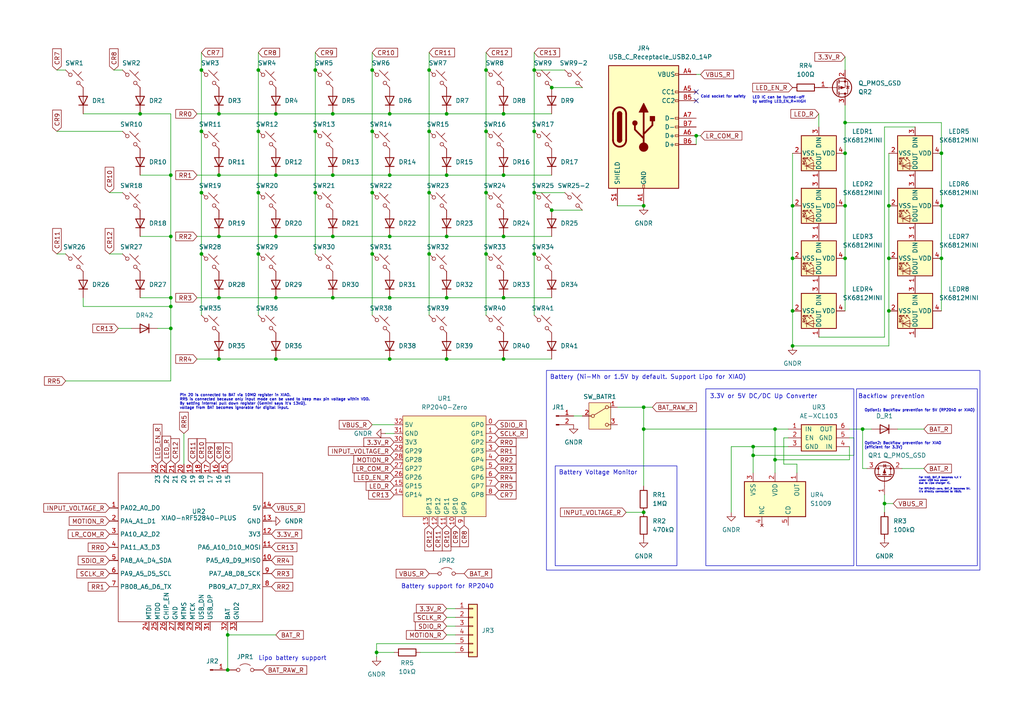
<source format=kicad_sch>
(kicad_sch (version 20231120) (generator "eeschema") (generator_version "8.0")
  (paper "A4")
  (junction (at 273.05 59.69))
  (junction (at 49.53 88.9))
  (junction (at 160.02 60.96))
  (junction (at 129.54 104.14))
  (junction (at 146.05 33.02))
  (junction (at 245.11 59.69))
  (junction (at 74.93 20.32))
  (junction (at 154.94 55.88))
  (junction (at 109.22 189.23))
  (junction (at 129.54 68.58))
  (junction (at 160.02 25.4))
  (junction (at 154.94 38.1))
  (junction (at 218.44 129.54))
  (junction (at 49.53 50.8))
  (junction (at 96.52 86.36))
  (junction (at 80.01 68.58))
  (junction (at 124.46 20.32))
  (junction (at 186.69 59.69))
  (junction (at 91.44 55.88))
  (junction (at 154.94 20.32))
  (junction (at 124.46 55.88))
  (junction (at 146.05 50.8))
  (junction (at 107.95 73.66))
  (junction (at 96.52 50.8))
  (junction (at 40.64 33.02))
  (junction (at 229.87 74.93))
  (junction (at 113.03 68.58))
  (junction (at 91.44 20.32))
  (junction (at 58.42 73.66))
  (junction (at 140.97 55.88))
  (junction (at 140.97 20.32))
  (junction (at 58.42 38.1))
  (junction (at 63.5 68.58))
  (junction (at 256.54 146.05))
  (junction (at 224.79 133.35))
  (junction (at 113.03 86.36))
  (junction (at 63.5 33.02))
  (junction (at 273.05 44.45))
  (junction (at 245.11 35.56))
  (junction (at 146.05 86.36))
  (junction (at 80.01 104.14))
  (junction (at 154.94 73.66))
  (junction (at 186.69 148.59))
  (junction (at 74.93 55.88))
  (junction (at 140.97 73.66))
  (junction (at 66.04 194.31))
  (junction (at 250.19 124.46))
  (junction (at 49.53 68.58))
  (junction (at 140.97 38.1))
  (junction (at 186.69 124.46))
  (junction (at 229.87 59.69))
  (junction (at 129.54 50.8))
  (junction (at 124.46 38.1))
  (junction (at 63.5 86.36))
  (junction (at 257.81 90.17))
  (junction (at 63.5 104.14))
  (junction (at 96.52 33.02))
  (junction (at 49.53 95.25))
  (junction (at 58.42 55.88))
  (junction (at 113.03 50.8))
  (junction (at 80.01 33.02))
  (junction (at 74.93 73.66))
  (junction (at 273.05 74.93))
  (junction (at 124.46 73.66))
  (junction (at 80.01 86.36))
  (junction (at 229.87 90.17))
  (junction (at 58.42 20.32))
  (junction (at 91.44 38.1))
  (junction (at 63.5 50.8))
  (junction (at 146.05 104.14))
  (junction (at 107.95 55.88))
  (junction (at 129.54 86.36))
  (junction (at 107.95 38.1))
  (junction (at 224.79 124.46))
  (junction (at 186.69 118.11))
  (junction (at 245.11 74.93))
  (junction (at 146.05 68.58))
  (junction (at 257.81 59.69))
  (junction (at 96.52 68.58))
  (junction (at 129.54 33.02))
  (junction (at 113.03 104.14))
  (junction (at 201.93 39.37))
  (junction (at 229.87 100.33))
  (junction (at 107.95 20.32))
  (junction (at 113.03 33.02))
  (junction (at 257.81 74.93))
  (junction (at 49.53 86.36))
  (junction (at 245.11 44.45))
  (junction (at 80.01 50.8))
  (junction (at 218.44 132.08))
  (junction (at 66.04 184.15))
  (junction (at 74.93 38.1))
  (no_connect (at 201.93 26.67))
  (no_connect (at 201.93 29.21))
  (wire (pts (xy 53.34 125.73) (xy 53.34 134.62)))
  (wire (pts (xy 49.53 50.8) (xy 49.53 68.58)))
  (wire (pts (xy 246.38 129.54) (xy 246.38 133.35)))
  (wire (pts (xy 40.64 50.8) (xy 49.53 50.8)))
  (wire (pts (xy 74.93 15.24) (xy 74.93 20.32)))
  (wire (pts (xy 181.61 148.59) (xy 186.69 148.59)))
  (wire (pts (xy 80.01 184.15) (xy 66.04 184.15)))
  (wire (pts (xy 140.97 20.32) (xy 140.97 38.1)))
  (wire (pts (xy 201.93 39.37) (xy 201.93 41.91)))
  (wire (pts (xy 132.08 184.15) (xy 129.54 184.15)))
  (wire (pts (xy 58.42 55.88) (xy 58.42 73.66)))
  (wire (pts (xy 250.19 135.89) (xy 250.19 124.46)))
  (wire (pts (xy 259.08 146.05) (xy 256.54 146.05)))
  (wire (pts (xy 129.54 86.36) (xy 146.05 86.36)))
  (wire (pts (xy 256.54 36.83) (xy 265.43 36.83)))
  (wire (pts (xy 113.03 50.8) (xy 129.54 50.8)))
  (wire (pts (xy 260.35 124.46) (xy 267.97 124.46)))
  (wire (pts (xy 80.01 33.02) (xy 96.52 33.02)))
  (wire (pts (xy 57.15 68.58) (xy 63.5 68.58)))
  (wire (pts (xy 124.46 15.24) (xy 124.46 20.32)))
  (wire (pts (xy 256.54 143.51) (xy 256.54 146.05)))
  (wire (pts (xy 146.05 104.14) (xy 160.02 104.14)))
  (wire (pts (xy 237.49 33.02) (xy 237.49 36.83)))
  (wire (pts (xy 74.93 20.32) (xy 74.93 38.1)))
  (wire (pts (xy 40.64 68.58) (xy 49.53 68.58)))
  (wire (pts (xy 31.75 55.88) (xy 35.56 55.88)))
  (wire (pts (xy 257.81 59.69) (xy 257.81 74.93)))
  (wire (pts (xy 40.64 33.02) (xy 49.53 33.02)))
  (wire (pts (xy 49.53 68.58) (xy 49.53 86.36)))
  (wire (pts (xy 91.44 20.32) (xy 91.44 38.1)))
  (wire (pts (xy 179.07 118.11) (xy 186.69 118.11)))
  (wire (pts (xy 140.97 55.88) (xy 140.97 73.66)))
  (wire (pts (xy 63.5 86.36) (xy 80.01 86.36)))
  (wire (pts (xy 146.05 50.8) (xy 160.02 50.8)))
  (wire (pts (xy 251.46 135.89) (xy 250.19 135.89)))
  (wire (pts (xy 201.93 21.59) (xy 203.2 21.59)))
  (wire (pts (xy 212.09 129.54) (xy 218.44 129.54)))
  (wire (pts (xy 74.93 38.1) (xy 74.93 55.88)))
  (wire (pts (xy 212.09 129.54) (xy 212.09 148.59)))
  (wire (pts (xy 132.08 179.07) (xy 129.54 179.07)))
  (wire (pts (xy 113.03 86.36) (xy 129.54 86.36)))
  (wire (pts (xy 107.95 73.66) (xy 107.95 91.44)))
  (wire (pts (xy 231.14 137.16) (xy 231.14 134.62)))
  (wire (pts (xy 154.94 20.32) (xy 154.94 38.1)))
  (wire (pts (xy 218.44 129.54) (xy 218.44 132.08)))
  (wire (pts (xy 113.03 33.02) (xy 129.54 33.02)))
  (wire (pts (xy 33.02 20.32) (xy 35.56 20.32)))
  (wire (pts (xy 45.72 95.25) (xy 49.53 95.25)))
  (wire (pts (xy 160.02 25.4) (xy 168.91 25.4)))
  (wire (pts (xy 57.15 86.36) (xy 63.5 86.36)))
  (wire (pts (xy 24.13 88.9) (xy 49.53 88.9)))
  (wire (pts (xy 245.11 35.56) (xy 273.05 35.56)))
  (wire (pts (xy 66.04 184.15) (xy 66.04 194.31)))
  (wire (pts (xy 218.44 132.08) (xy 218.44 137.16)))
  (wire (pts (xy 58.42 38.1) (xy 58.42 55.88)))
  (wire (pts (xy 91.44 55.88) (xy 91.44 73.66)))
  (wire (pts (xy 245.11 74.93) (xy 245.11 90.17)))
  (wire (pts (xy 40.64 86.36) (xy 49.53 86.36)))
  (wire (pts (xy 66.04 182.88) (xy 66.04 184.15)))
  (wire (pts (xy 58.42 15.24) (xy 58.42 20.32)))
  (wire (pts (xy 273.05 59.69) (xy 273.05 74.93)))
  (wire (pts (xy 16.51 20.32) (xy 19.05 20.32)))
  (wire (pts (xy 140.97 38.1) (xy 140.97 55.88)))
  (wire (pts (xy 80.01 50.8) (xy 96.52 50.8)))
  (wire (pts (xy 257.81 100.33) (xy 229.87 100.33)))
  (wire (pts (xy 179.07 59.69) (xy 186.69 59.69)))
  (wire (pts (xy 49.53 88.9) (xy 49.53 95.25)))
  (wire (pts (xy 229.87 44.45) (xy 229.87 59.69)))
  (wire (pts (xy 250.19 124.46) (xy 252.73 124.46)))
  (wire (pts (xy 146.05 33.02) (xy 160.02 33.02)))
  (wire (pts (xy 247.65 127) (xy 247.65 132.08)))
  (wire (pts (xy 49.53 33.02) (xy 49.53 50.8)))
  (wire (pts (xy 80.01 86.36) (xy 96.52 86.36)))
  (wire (pts (xy 63.5 104.14) (xy 80.01 104.14)))
  (wire (pts (xy 109.22 186.69) (xy 132.08 186.69)))
  (wire (pts (xy 237.49 97.79) (xy 256.54 97.79)))
  (wire (pts (xy 31.75 73.66) (xy 35.56 73.66)))
  (wire (pts (xy 257.81 44.45) (xy 257.81 59.69)))
  (wire (pts (xy 124.46 55.88) (xy 124.46 73.66)))
  (wire (pts (xy 124.46 73.66) (xy 124.46 91.44)))
  (wire (pts (xy 201.93 39.37) (xy 203.2 39.37)))
  (wire (pts (xy 229.87 59.69) (xy 229.87 74.93)))
  (wire (pts (xy 96.52 68.58) (xy 113.03 68.58)))
  (wire (pts (xy 256.54 97.79) (xy 256.54 36.83)))
  (wire (pts (xy 229.87 90.17) (xy 229.87 100.33)))
  (wire (pts (xy 246.38 127) (xy 247.65 127)))
  (wire (pts (xy 91.44 15.24) (xy 91.44 20.32)))
  (wire (pts (xy 257.81 74.93) (xy 257.81 90.17)))
  (wire (pts (xy 166.37 120.65) (xy 168.91 120.65)))
  (wire (pts (xy 146.05 68.58) (xy 160.02 68.58)))
  (wire (pts (xy 273.05 44.45) (xy 273.05 59.69)))
  (wire (pts (xy 24.13 86.36) (xy 24.13 88.9)))
  (wire (pts (xy 140.97 15.24) (xy 140.97 20.32)))
  (wire (pts (xy 129.54 68.58) (xy 146.05 68.58)))
  (wire (pts (xy 58.42 20.32) (xy 58.42 38.1)))
  (wire (pts (xy 273.05 35.56) (xy 273.05 44.45)))
  (wire (pts (xy 231.14 134.62) (xy 227.33 134.62)))
  (wire (pts (xy 154.94 38.1) (xy 154.94 55.88)))
  (wire (pts (xy 132.08 176.53) (xy 129.54 176.53)))
  (wire (pts (xy 129.54 104.14) (xy 146.05 104.14)))
  (wire (pts (xy 58.42 73.66) (xy 58.42 91.44)))
  (wire (pts (xy 154.94 20.32) (xy 163.83 20.32)))
  (wire (pts (xy 250.19 124.46) (xy 246.38 124.46)))
  (wire (pts (xy 245.11 16.51) (xy 245.11 20.32)))
  (wire (pts (xy 129.54 33.02) (xy 146.05 33.02)))
  (wire (pts (xy 224.79 124.46) (xy 224.79 133.35)))
  (wire (pts (xy 227.33 127) (xy 228.6 127)))
  (wire (pts (xy 273.05 74.93) (xy 273.05 90.17)))
  (wire (pts (xy 124.46 38.1) (xy 124.46 55.88)))
  (wire (pts (xy 146.05 86.36) (xy 160.02 86.36)))
  (wire (pts (xy 256.54 146.05) (xy 256.54 148.59)))
  (wire (pts (xy 63.5 50.8) (xy 80.01 50.8)))
  (wire (pts (xy 121.92 189.23) (xy 132.08 189.23)))
  (wire (pts (xy 224.79 133.35) (xy 224.79 137.16)))
  (wire (pts (xy 247.65 132.08) (xy 218.44 132.08)))
  (wire (pts (xy 113.03 104.14) (xy 129.54 104.14)))
  (wire (pts (xy 245.11 59.69) (xy 245.11 74.93)))
  (wire (pts (xy 24.13 33.02) (xy 40.64 33.02)))
  (wire (pts (xy 91.44 38.1) (xy 91.44 55.88)))
  (wire (pts (xy 246.38 133.35) (xy 224.79 133.35)))
  (wire (pts (xy 80.01 104.14) (xy 113.03 104.14)))
  (wire (pts (xy 107.95 38.1) (xy 107.95 55.88)))
  (wire (pts (xy 74.93 55.88) (xy 74.93 73.66)))
  (wire (pts (xy 96.52 33.02) (xy 113.03 33.02)))
  (wire (pts (xy 107.95 15.24) (xy 107.95 20.32)))
  (wire (pts (xy 49.53 95.25) (xy 49.53 110.49)))
  (wire (pts (xy 224.79 124.46) (xy 228.6 124.46)))
  (wire (pts (xy 245.11 30.48) (xy 245.11 35.56)))
  (wire (pts (xy 107.95 20.32) (xy 107.95 38.1)))
  (wire (pts (xy 186.69 124.46) (xy 186.69 118.11)))
  (wire (pts (xy 218.44 129.54) (xy 228.6 129.54)))
  (wire (pts (xy 16.51 38.1) (xy 35.56 38.1)))
  (wire (pts (xy 124.46 20.32) (xy 124.46 38.1)))
  (wire (pts (xy 109.22 186.69) (xy 109.22 189.23)))
  (wire (pts (xy 245.11 44.45) (xy 245.11 59.69)))
  (wire (pts (xy 74.93 73.66) (xy 74.93 91.44)))
  (wire (pts (xy 186.69 118.11) (xy 189.23 118.11)))
  (wire (pts (xy 57.15 104.14) (xy 63.5 104.14)))
  (wire (pts (xy 49.53 86.36) (xy 49.53 88.9)))
  (wire (pts (xy 154.94 55.88) (xy 163.83 55.88)))
  (wire (pts (xy 16.51 73.66) (xy 19.05 73.66)))
  (wire (pts (xy 96.52 86.36) (xy 113.03 86.36)))
  (wire (pts (xy 229.87 74.93) (xy 229.87 90.17)))
  (wire (pts (xy 34.29 95.25) (xy 38.1 95.25)))
  (wire (pts (xy 160.02 60.96) (xy 168.91 60.96)))
  (wire (pts (xy 132.08 181.61) (xy 129.54 181.61)))
  (wire (pts (xy 140.97 73.66) (xy 140.97 91.44)))
  (wire (pts (xy 186.69 124.46) (xy 224.79 124.46)))
  (wire (pts (xy 257.81 90.17) (xy 257.81 100.33)))
  (wire (pts (xy 107.95 55.88) (xy 107.95 73.66)))
  (wire (pts (xy 154.94 55.88) (xy 154.94 73.66)))
  (wire (pts (xy 57.15 50.8) (xy 63.5 50.8)))
  (wire (pts (xy 113.03 68.58) (xy 129.54 68.58)))
  (wire (pts (xy 109.22 189.23) (xy 114.3 189.23)))
  (wire (pts (xy 57.15 33.02) (xy 63.5 33.02)))
  (wire (pts (xy 154.94 73.66) (xy 154.94 91.44)))
  (wire (pts (xy 129.54 50.8) (xy 146.05 50.8)))
  (wire (pts (xy 261.62 135.89) (xy 267.97 135.89)))
  (wire (pts (xy 19.05 110.49) (xy 49.53 110.49)))
  (wire (pts (xy 245.11 35.56) (xy 245.11 44.45)))
  (wire (pts (xy 111.76 125.73) (xy 114.3 125.73)))
  (wire (pts (xy 227.33 134.62) (xy 227.33 127)))
  (wire (pts (xy 63.5 68.58) (xy 80.01 68.58)))
  (wire (pts (xy 107.95 123.19) (xy 114.3 123.19)))
  (wire (pts (xy 80.01 68.58) (xy 96.52 68.58)))
  (wire (pts (xy 96.52 50.8) (xy 113.03 50.8)))
  (wire (pts (xy 63.5 33.02) (xy 80.01 33.02)))
  (wire (pts (xy 154.94 15.24) (xy 154.94 20.32)))
  (wire (pts (xy 186.69 124.46) (xy 186.69 140.97)))
  (wire (pts (xy 109.22 190.5) (xy 109.22 189.23)))
  (rectangle (start 161.036 135.128) (end 196.342 164.084))
  (rectangle (start 248.412 112.776) (end 283.464 164.084))
  (rectangle (start 158.496 107.442) (end 284.226 165.354))
  (rectangle (start 204.724 112.776) (end 247.65 164.084))
  (text "Option1: Backflow prevention for 5V (RP2040 or XIAO)" (at 250.698 119.126 0) (effects (font (size 0.762 0.762)) (justify left)))
  (text "Battery (Ni-Mh or 1.5V by default. Support Lipo for XIAO)" (at 187.96 109.474 0) (effects (font (size 1.27 1.27))))
  (text "Pin 20 is connected to BAT via 10MΩ register in XIAO.\nRR5 is connected because only input mode can be used to keep max pin voltage within VDD.\nBy setting internal pull down register (Gemini says it's 13kΩ),\nvoltage from BAT becomes ignorable for digital input." (at 52.07 114.3 0) (effects (font (size 0.762 0.762)) (justify left top)))
  (text "Cold socket for safety" (at 203.2 27.686 0) (effects (font (size 0.762 0.762)) (justify left top)))
  (text "3.3V or 5V DC/DC Up Converter" (at 221.488 115.062 0) (effects (font (size 1.27 1.27))))
  (text "For XIAO, BAT_R becomes 4.X V\nunder USB bus power\ndue to Lipo charger IC.\n\nFor RP1040-zero, BAT_R becomes 5V.\nIt's directly connected to VBUS." (at 266.446 140.716 0) (effects (font (size 0.508 0.508)) (justify left)))
  (text "Backflow prevention" (at 258.572 115.062 0) (effects (font (size 1.27 1.27))))
  (text "Battery support for RP2040" (at 129.794 170.18 0) (effects (font (size 1.27 1.27))))
  (text "LED IC can be turned-off\nby setting LED_EN_R=HIGH" (at 218.186 27.94 0) (effects (font (size 0.762 0.762)) (justify left top)))
  (text "Battery Voltage Monitor" (at 173.482 137.16 0) (effects (font (size 1.27 1.27))))
  (text "Option2: Backflow prevention for XIAO\n(efficient for 3.3V)" (at 250.698 129.286 0) (effects (font (size 0.762 0.762)) (justify left)))
  (text "Lipo battery support" (at 84.836 191.008 0) (effects (font (size 1.27 1.27))))
  (global_label "3.3V_R" (shape input) (at 129.54 176.53 180) (property "Intersheetrefs" "${INTERSHEET_REFS}" (effects (hide yes))))
  (global_label "CR11" (shape input) (at 55.88 134.62 90) (property "Intersheetrefs" "${INTERSHEET_REFS}" (effects (hide yes))))
  (global_label "CR12" (shape input) (at 31.75 73.66 90) (property "Intersheetrefs" "${INTERSHEET_REFS}" (effects (hide yes))))
  (global_label "CR12" (shape input) (at 140.97 15.24 0) (property "Intersheetrefs" "${INTERSHEET_REFS}" (effects (hide yes))))
  (global_label "CR7" (shape input) (at 143.51 143.51 0) (property "Intersheetrefs" "${INTERSHEET_REFS}" (effects (hide yes))))
  (global_label "CR12" (shape input) (at 50.8 134.62 90) (property "Intersheetrefs" "${INTERSHEET_REFS}" (effects (hide yes))))
  (global_label "VBUS_R" (shape input) (at 203.2 21.59 0) (property "Intersheetrefs" "${INTERSHEET_REFS}" (effects (hide yes))))
  (global_label "RR2" (shape input) (at 143.51 133.35 0) (property "Intersheetrefs" "${INTERSHEET_REFS}" (effects (hide yes))))
  (global_label "SDIO_R" (shape input) (at 129.54 181.61 180) (property "Intersheetrefs" "${INTERSHEET_REFS}" (effects (hide yes))))
  (global_label "BAT_R" (shape input) (at 134.62 166.37 0) (property "Intersheetrefs" "${INTERSHEET_REFS}" (effects (hide yes))))
  (global_label "LR_COM_R" (shape input) (at 203.2 39.37 0) (property "Intersheetrefs" "${INTERSHEET_REFS}" (effects (hide yes))))
  (global_label "CR11" (shape input) (at 16.51 73.66 90) (property "Intersheetrefs" "${INTERSHEET_REFS}" (effects (hide yes))))
  (global_label "CR8" (shape input) (at 134.62 152.4 270) (property "Intersheetrefs" "${INTERSHEET_REFS}" (effects (hide yes))))
  (global_label "CR8" (shape input) (at 63.5 134.62 90) (property "Intersheetrefs" "${INTERSHEET_REFS}" (effects (hide yes))))
  (global_label "CR8" (shape input) (at 74.93 15.24 0) (property "Intersheetrefs" "${INTERSHEET_REFS}" (effects (hide yes))))
  (global_label "RR4" (shape input) (at 143.51 138.43 0) (property "Intersheetrefs" "${INTERSHEET_REFS}" (effects (hide yes))))
  (global_label "RR5" (shape input) (at 143.51 140.97 0) (property "Intersheetrefs" "${INTERSHEET_REFS}" (effects (hide yes))))
  (global_label "INPUT_VOLTAGE_R" (shape input) (at 31.75 147.32 180) (property "Intersheetrefs" "${INTERSHEET_REFS}" (effects (hide yes))))
  (global_label "RR3" (shape input) (at 143.51 135.89 0) (property "Intersheetrefs" "${INTERSHEET_REFS}" (effects (hide yes))))
  (global_label "RR5" (shape input) (at 53.34 125.73 90) (property "Intersheetrefs" "${INTERSHEET_REFS}" (effects (hide yes))))
  (global_label "RR3" (shape input) (at 78.74 166.37 0) (property "Intersheetrefs" "${INTERSHEET_REFS}" (effects (hide yes))))
  (global_label "CR13" (shape input) (at 78.74 158.75 0) (property "Intersheetrefs" "${INTERSHEET_REFS}" (effects (hide yes))))
  (global_label "LED_EN_R" (shape input) (at 114.3 138.43 180) (property "Intersheetrefs" "${INTERSHEET_REFS}" (effects (hide yes))))
  (global_label "BAT_RAW_R" (shape input) (at 76.2 194.31 0) (property "Intersheetrefs" "${INTERSHEET_REFS}" (effects (hide yes))))
  (global_label "RR1" (shape input) (at 143.51 130.81 0) (property "Intersheetrefs" "${INTERSHEET_REFS}" (effects (hide yes))))
  (global_label "RR4" (shape input) (at 57.15 104.14 180) (property "Intersheetrefs" "${INTERSHEET_REFS}" (effects (hide yes))))
  (global_label "MOTION_R" (shape input) (at 129.54 184.15 180) (property "Intersheetrefs" "${INTERSHEET_REFS}" (effects (hide yes))))
  (global_label "RR4" (shape input) (at 78.74 162.56 0) (property "Intersheetrefs" "${INTERSHEET_REFS}" (effects (hide yes))))
  (global_label "SCLK_R" (shape input) (at 31.75 166.37 180) (property "Intersheetrefs" "${INTERSHEET_REFS}" (effects (hide yes))))
  (global_label "BAT_RAW_R" (shape input) (at 189.23 118.11 0) (property "Intersheetrefs" "${INTERSHEET_REFS}" (effects (hide yes))))
  (global_label "SDIO_R" (shape input) (at 31.75 162.56 180) (property "Intersheetrefs" "${INTERSHEET_REFS}" (effects (hide yes))))
  (global_label "MOTION_R" (shape input) (at 114.3 133.35 180) (property "Intersheetrefs" "${INTERSHEET_REFS}" (effects (hide yes))))
  (global_label "CR7" (shape input) (at 16.51 20.32 90) (property "Intersheetrefs" "${INTERSHEET_REFS}" (effects (hide yes))))
  (global_label "CR7" (shape input) (at 58.42 15.24 0) (property "Intersheetrefs" "${INTERSHEET_REFS}" (effects (hide yes))))
  (global_label "3.3V_R" (shape input) (at 114.3 128.27 180) (property "Intersheetrefs" "${INTERSHEET_REFS}" (effects (hide yes))))
  (global_label "CR10" (shape input) (at 31.75 55.88 90) (property "Intersheetrefs" "${INTERSHEET_REFS}" (effects (hide yes))))
  (global_label "LED_EN_R" (shape input) (at 229.87 25.4 180) (property "Intersheetrefs" "${INTERSHEET_REFS}" (effects (hide yes))))
  (global_label "RR5" (shape input) (at 19.05 110.49 180) (property "Intersheetrefs" "${INTERSHEET_REFS}" (effects (hide yes))))
  (global_label "LR_COM_R" (shape input) (at 114.3 135.89 180) (property "Intersheetrefs" "${INTERSHEET_REFS}" (effects (hide yes))))
  (global_label "RR1" (shape input) (at 31.75 170.18 180) (property "Intersheetrefs" "${INTERSHEET_REFS}" (effects (hide yes))))
  (global_label "LED_R" (shape input) (at 114.3 140.97 180) (property "Intersheetrefs" "${INTERSHEET_REFS}" (effects (hide yes))))
  (global_label "RR0" (shape input) (at 57.15 33.02 180) (property "Intersheetrefs" "${INTERSHEET_REFS}" (effects (hide yes))))
  (global_label "MOTION_R" (shape input) (at 31.75 151.13 180) (property "Intersheetrefs" "${INTERSHEET_REFS}" (effects (hide yes))))
  (global_label "INPUT_VOLTAGE_R" (shape input) (at 114.3 130.81 180) (property "Intersheetrefs" "${INTERSHEET_REFS}" (effects (hide yes))))
  (global_label "CR11" (shape input) (at 124.46 15.24 0) (property "Intersheetrefs" "${INTERSHEET_REFS}" (effects (hide yes))))
  (global_label "CR7" (shape input) (at 66.04 134.62 90) (property "Intersheetrefs" "${INTERSHEET_REFS}" (effects (hide yes))))
  (global_label "CR9" (shape input) (at 91.44 15.24 0) (property "Intersheetrefs" "${INTERSHEET_REFS}" (effects (hide yes))))
  (global_label "RR2" (shape input) (at 78.74 170.18 0) (property "Intersheetrefs" "${INTERSHEET_REFS}" (effects (hide yes))))
  (global_label "CR9" (shape input) (at 16.51 38.1 90) (property "Intersheetrefs" "${INTERSHEET_REFS}" (effects (hide yes))))
  (global_label "CR13" (shape input) (at 34.29 95.25 180) (property "Intersheetrefs" "${INTERSHEET_REFS}" (effects (hide yes))))
  (global_label "SCLK_R" (shape input) (at 129.54 179.07 180) (property "Intersheetrefs" "${INTERSHEET_REFS}" (effects (hide yes))))
  (global_label "LR_COM_R" (shape input) (at 31.75 154.94 180) (property "Intersheetrefs" "${INTERSHEET_REFS}" (effects (hide yes))))
  (global_label "VBUS_R" (shape input) (at 107.95 123.19 180) (property "Intersheetrefs" "${INTERSHEET_REFS}" (effects (hide yes))))
  (global_label "RR3" (shape input) (at 57.15 86.36 180) (property "Intersheetrefs" "${INTERSHEET_REFS}" (effects (hide yes))))
  (global_label "VBUS_R" (shape input) (at 124.46 166.37 180) (property "Intersheetrefs" "${INTERSHEET_REFS}" (effects (hide yes))))
  (global_label "SCLK_R" (shape input) (at 143.51 125.73 0) (property "Intersheetrefs" "${INTERSHEET_REFS}" (effects (hide yes))))
  (global_label "3.3V_R" (shape input) (at 78.74 154.94 0) (property "Intersheetrefs" "${INTERSHEET_REFS}" (effects (hide yes))))
  (global_label "BAT_R" (shape input) (at 267.97 135.89 0) (property "Intersheetrefs" "${INTERSHEET_REFS}" (effects (hide yes))))
  (global_label "VBUS_R" (shape input) (at 259.08 146.05 0) (property "Intersheetrefs" "${INTERSHEET_REFS}" (effects (hide yes))))
  (global_label "CR10" (shape input) (at 58.42 134.62 90) (property "Intersheetrefs" "${INTERSHEET_REFS}" (effects (hide yes))))
  (global_label "RR2" (shape input) (at 57.15 68.58 180) (property "Intersheetrefs" "${INTERSHEET_REFS}" (effects (hide yes))))
  (global_label "3.3V_R" (shape input) (at 245.11 16.51 180) (property "Intersheetrefs" "${INTERSHEET_REFS}" (effects (hide yes))))
  (global_label "CR11" (shape input) (at 127 152.4 270) (property "Intersheetrefs" "${INTERSHEET_REFS}" (effects (hide yes))))
  (global_label "CR13" (shape input) (at 114.3 143.51 180) (property "Intersheetrefs" "${INTERSHEET_REFS}" (effects (hide yes))))
  (global_label "LED_R" (shape input) (at 48.26 134.62 90) (property "Intersheetrefs" "${INTERSHEET_REFS}" (effects (hide yes))))
  (global_label "CR9" (shape input) (at 132.08 152.4 270) (property "Intersheetrefs" "${INTERSHEET_REFS}" (effects (hide yes))))
  (global_label "RR0" (shape input) (at 143.51 128.27 0) (property "Intersheetrefs" "${INTERSHEET_REFS}" (effects (hide yes))))
  (global_label "RR0" (shape input) (at 31.75 158.75 180) (property "Intersheetrefs" "${INTERSHEET_REFS}" (effects (hide yes))))
  (global_label "CR12" (shape input) (at 124.46 152.4 270) (property "Intersheetrefs" "${INTERSHEET_REFS}" (effects (hide yes))))
  (global_label "LED_EN_R" (shape input) (at 45.72 134.62 90) (property "Intersheetrefs" "${INTERSHEET_REFS}" (effects (hide yes))))
  (global_label "CR10" (shape input) (at 107.95 15.24 0) (property "Intersheetrefs" "${INTERSHEET_REFS}" (effects (hide yes))))
  (global_label "BAT_R" (shape input) (at 267.97 124.46 0) (property "Intersheetrefs" "${INTERSHEET_REFS}" (effects (hide yes))))
  (global_label "SDIO_R" (shape input) (at 143.51 123.19 0) (property "Intersheetrefs" "${INTERSHEET_REFS}" (effects (hide yes))))
  (global_label "BAT_R" (shape input) (at 80.01 184.15 0) (property "Intersheetrefs" "${INTERSHEET_REFS}" (effects (hide yes))))
  (global_label "CR8" (shape input) (at 33.02 20.32 90) (property "Intersheetrefs" "${INTERSHEET_REFS}" (effects (hide yes))))
  (global_label "INPUT_VOLTAGE_R" (shape input) (at 181.61 148.59 180) (property "Intersheetrefs" "${INTERSHEET_REFS}" (effects (hide yes))))
  (global_label "RR1" (shape input) (at 57.15 50.8 180) (property "Intersheetrefs" "${INTERSHEET_REFS}" (effects (hide yes))))
  (global_label "LED_R" (shape input) (at 237.49 33.02 180) (property "Intersheetrefs" "${INTERSHEET_REFS}" (effects (hide yes))))
  (global_label "CR13" (shape input) (at 154.94 15.24 0) (property "Intersheetrefs" "${INTERSHEET_REFS}" (effects (hide yes))))
  (global_label "VBUS_R" (shape input) (at 78.74 147.32 0) (property "Intersheetrefs" "${INTERSHEET_REFS}" (effects (hide yes))))
  (global_label "CR9" (shape input) (at 60.96 134.62 90) (property "Intersheetrefs" "${INTERSHEET_REFS}" (effects (hide yes))))
  (global_label "CR10" (shape input) (at 129.54 152.4 270) (property "Intersheetrefs" "${INTERSHEET_REFS}" (effects (hide yes))))
  (symbol (lib_id "Switch:SW_Push_45deg") (at 110.49 40.64 0) (unit 1)
    (property "Reference" "SWR14" (at 110.49 36.068 0))
    (property "Value" "SW_Push_45deg" (effects (hide yes)))
    (property "Footprint" "0_MX_Hotswap:MX-Hotswap-1U" (effects (hide yes)))
    (property "Description" "Push button switch, normally open, two pins, 45° tilted" (effects (hide yes)))
  )
  (symbol (lib_id "Switch:SW_Push_45deg") (at 143.51 22.86 0) (unit 1)
    (property "Reference" "SWR8" (at 143.51 18.288 0))
    (property "Value" "SW_Push_45deg" (effects (hide yes)))
    (property "Footprint" "0_MX_Hotswap:MX-Hotswap-1U" (effects (hide yes)))
    (property "Description" "Push button switch, normally open, two pins, 45° tilted" (effects (hide yes)))
  )
  (symbol (lib_id "Switch:SW_SPDT") (at 173.99 120.65 0) (unit 1)
    (property "Reference" "SW_BATR1" (at 173.99 115.062 0))
    (property "Value" "SW_SPDT" (effects (hide yes)))
    (property "Footprint" "0_kbd_Parts:TGSW_MSK-12D19" (effects (hide yes)))
    (property "Description" "Switch, single pole double throw" (effects (hide yes)))
  )
  (symbol (lib_id "Device:D") (at 41.91 95.25 180) (unit 1)
    (property "Reference" "DR42" (at 41.91 91.44 0))
    (property "Value" "D" (effects (hide yes)))
    (property "Footprint" "Diode_SMD:D_SOD-123" (effects (hide yes)))
    (property "Description" "Diode" (effects (hide yes)))
    (property "Sim.Device" "D" (effects (hide yes)))
    (property "Sim.Pins" "1=K 2=A" (effects (hide yes)))
    (property "LCSC" "C81598" (effects (hide yes)))
  )
  (symbol (lib_id "Switch:SW_Push_45deg") (at 157.48 40.64 0) (unit 1)
    (property "Reference" "SWR17" (at 157.48 36.068 0))
    (property "Value" "SW_Push_45deg" (effects (hide yes)))
    (property "Footprint" "0_MX_Hotswap:MX-Hotswap-1U" (effects (hide yes)))
    (property "Description" "Push button switch, normally open, two pins, 45° tilted" (effects (hide yes)))
  )
  (symbol (lib_id "Jumper:Jumper_2_Open") (at 129.54 166.37 0) (unit 1) (exclude_from_sim yes)
    (property "Reference" "JPR2" (at 129.54 162.56 0))
    (property "Value" "Jumper_2_Open" (effects (hide yes)))
    (property "Footprint" "Jumper:SolderJumper-2_P1.3mm_Open_RoundedPad1.0x1.5mm" (effects (hide yes)))
    (property "Description" "Jumper, 2-pole, open" (effects (hide yes)))
  )
  (symbol (lib_id "Connector_Generic:Conn_01x06") (at 137.16 181.61 0) (unit 1)
    (property "Reference" "JR3" (at 139.7 182.8799 0) (effects (justify left)))
    (property "Value" "Conn_01x04" (effects (hide yes)))
    (property "Footprint" "0_dya-kbd:JUSHUO-AFH34-S06FIA-1H" (effects (hide yes)))
    (property "Description" "Generic connector, single row, 01x06, script generated (kicad-library-utils/schlib/autogen/connector/)" (effects (hide yes)))
    (property "LCSC" "C5139821" (effects (hide yes)))
  )
  (symbol (lib_id "Switch:SW_Push_45deg") (at 60.96 76.2 0) (unit 1)
    (property "Reference" "SWR28" (at 60.96 71.628 0))
    (property "Value" "SW_Push_45deg" (effects (hide yes)))
    (property "Footprint" "0_MX_Hotswap:MX-Hotswap-1U" (effects (hide yes)))
    (property "Description" "Push button switch, normally open, two pins, 45° tilted" (effects (hide yes)))
  )
  (symbol (lib_id "Device:R") (at 233.68 25.4 90) (unit 1)
    (property "Reference" "RR4" (at 233.68 19.05 90))
    (property "Value" "100Ω" (at 233.68 21.59 90))
    (property "Footprint" "Resistor_SMD:R_0805_2012Metric" (effects (hide yes)))
    (property "Description" "Resistor" (effects (hide yes)))
    (property "LCSC" "C17408" (effects (hide yes)))
  )
  (symbol (lib_id "Device:D") (at 160.02 46.99 90) (unit 1)
    (property "Reference" "DR17" (at 162.56 46.9899 90) (effects (justify right)))
    (property "Value" "D" (effects (hide yes)))
    (property "Footprint" "Diode_SMD:D_SOD-123" (effects (hide yes)))
    (property "Description" "Diode" (effects (hide yes)))
    (property "Sim.Device" "D" (effects (hide yes)))
    (property "Sim.Pins" "1=K 2=A" (effects (hide yes)))
    (property "LCSC" "C81598" (effects (hide yes)))
  )
  (symbol (lib_id "LED:SK6812MINI") (at 237.49 59.69 270) (unit 1)
    (property "Reference" "LEDR2" (at 250.19 53.3714 90))
    (property "Value" "SK6812MINI" (at 250.19 55.9114 90))
    (property "Footprint" "0_dya-kbd:LED_SK6812MINI-E_BL" (effects (hide yes)))
    (property "Datasheet" "https://cdn-shop.adafruit.com/product-files/2686/SK6812MINI_REV.01-1-2.pdf" (effects (hide yes)))
    (property "Description" "RGB LED with integrated controller" (effects (hide yes)))
    (property "LCSC" "C5149201" (effects (hide yes)))
  )
  (symbol (lib_id "0_dya-kbd:RP2040-Zero") (at 128.27 134.62 0) (unit 1)
    (property "Reference" "UR1" (at 128.905 115.57 0))
    (property "Value" "RP2040-Zero" (at 128.905 118.11 0))
    (property "Footprint" "0_dya-kbd:RP2040-Zero" (effects (hide yes)))
  )
  (symbol (lib_id "Switch:SW_Push_45deg") (at 157.48 22.86 0) (unit 1)
    (property "Reference" "SWR9" (at 157.48 18.288 0))
    (property "Value" "SW_Push_45deg" (effects (hide yes)))
    (property "Footprint" "0_MX_Hotswap:MX-Hotswap-1U" (effects (hide yes)))
    (property "Description" "Push button switch, normally open, two pins, 45° tilted" (effects (hide yes)))
  )
  (symbol (lib_id "Device:Q_PMOS_GSD") (at 256.54 138.43 90) (unit 1)
    (property "Reference" "QR1" (at 253.746 132.08 90))
    (property "Value" "Q_PMOS_GSD" (at 262.382 132.08 90))
    (property "Footprint" "Package_TO_SOT_SMD:SOT-23" (effects (hide yes)))
    (property "Description" "P-MOSFET transistor, gate/source/drain" (effects (hide yes)))
    (property "LCSC" "C15127" (effects (hide yes)))
  )
  (symbol (lib_id "Device:D") (at 80.01 29.21 90) (unit 1)
    (property "Reference" "DR4" (at 82.55 29.2099 90) (effects (justify right)))
    (property "Value" "D" (effects (hide yes)))
    (property "Footprint" "Diode_SMD:D_SOD-123" (effects (hide yes)))
    (property "Description" "Diode" (effects (hide yes)))
    (property "Sim.Device" "D" (effects (hide yes)))
    (property "Sim.Pins" "1=K 2=A" (effects (hide yes)))
    (property "LCSC" "C81598" (effects (hide yes)))
  )
  (symbol (lib_id "Switch:SW_Push_45deg") (at 60.96 40.64 0) (unit 1)
    (property "Reference" "SWR11" (at 60.96 36.068 0))
    (property "Value" "SW_Push_45deg" (effects (hide yes)))
    (property "Footprint" "0_MX_Hotswap:MX-Hotswap-1U" (effects (hide yes)))
    (property "Description" "Push button switch, normally open, two pins, 45° tilted" (effects (hide yes)))
  )
  (symbol (lib_id "Device:D") (at 113.03 100.33 90) (unit 1)
    (property "Reference" "DR38" (at 115.57 100.3299 90) (effects (justify right)))
    (property "Value" "D" (effects (hide yes)))
    (property "Footprint" "Diode_SMD:D_SOD-123" (effects (hide yes)))
    (property "Description" "Diode" (effects (hide yes)))
    (property "Sim.Device" "D" (effects (hide yes)))
    (property "Sim.Pins" "1=K 2=A" (effects (hide yes)))
    (property "LCSC" "C81598" (effects (hide yes)))
  )
  (symbol (lib_id "Switch:SW_Push_45deg") (at 77.47 40.64 0) (unit 1)
    (property "Reference" "SWR12" (at 77.47 36.068 0))
    (property "Value" "SW_Push_45deg" (effects (hide yes)))
    (property "Footprint" "0_MX_Hotswap:MX-Hotswap-1U" (effects (hide yes)))
    (property "Description" "Push button switch, normally open, two pins, 45° tilted" (effects (hide yes)))
  )
  (symbol (lib_id "power:GND") (at 78.74 151.13 90) (unit 1)
    (property "Reference" "#GNDR05" (effects (hide yes)))
    (property "Value" "GNDR" (at 82.55 151.1299 90) (effects (justify right)))
    (property "Description" "Power symbol creates a global label with name \"GND\" , ground" (effects (hide yes)))
  )
  (symbol (lib_id "Switch:SW_Push_45deg") (at 21.59 76.2 0) (unit 1)
    (property "Reference" "SWR26" (at 21.59 71.628 0))
    (property "Value" "SW_Push_45deg" (effects (hide yes)))
    (property "Footprint" "0_MX_Hotswap:MX-Hotswap-1U" (effects (hide yes)))
    (property "Description" "Push button switch, normally open, two pins, 45° tilted" (effects (hide yes)))
  )
  (symbol (lib_id "Device:D") (at 113.03 64.77 90) (unit 1)
    (property "Reference" "DR22" (at 115.57 64.7699 90) (effects (justify right)))
    (property "Value" "D" (effects (hide yes)))
    (property "Footprint" "Diode_SMD:D_SOD-123" (effects (hide yes)))
    (property "Description" "Diode" (effects (hide yes)))
    (property "Sim.Device" "D" (effects (hide yes)))
    (property "Sim.Pins" "1=K 2=A" (effects (hide yes)))
    (property "LCSC" "C81598" (effects (hide yes)))
  )
  (symbol (lib_id "Device:D") (at 40.64 64.77 90) (unit 1)
    (property "Reference" "DR18" (at 43.18 64.7699 90) (effects (justify right)))
    (property "Value" "D" (effects (hide yes)))
    (property "Footprint" "Diode_SMD:D_SOD-123" (effects (hide yes)))
    (property "Description" "Diode" (effects (hide yes)))
    (property "Sim.Device" "D" (effects (hide yes)))
    (property "Sim.Pins" "1=K 2=A" (effects (hide yes)))
    (property "LCSC" "C81598" (effects (hide yes)))
  )
  (symbol (lib_id "LED:SK6812MINI") (at 237.49 90.17 270) (unit 1)
    (property "Reference" "LEDR4" (at 250.19 83.8514 90))
    (property "Value" "SK6812MINI" (at 250.19 86.3914 90))
    (property "Footprint" "0_dya-kbd:LED_SK6812MINI-E_BL" (effects (hide yes)))
    (property "Datasheet" "https://cdn-shop.adafruit.com/product-files/2686/SK6812MINI_REV.01-1-2.pdf" (effects (hide yes)))
    (property "Description" "RGB LED with integrated controller" (effects (hide yes)))
    (property "LCSC" "C5149201" (effects (hide yes)))
  )
  (symbol (lib_id "LED:SK6812MINI") (at 265.43 74.93 270) (unit 1)
    (property "Reference" "LEDR7" (at 278.13 68.6114 90))
    (property "Value" "SK6812MINI" (at 278.13 71.1514 90))
    (property "Footprint" "0_dya-kbd:LED_SK6812MINI-E_BL" (effects (hide yes)))
    (property "Datasheet" "https://cdn-shop.adafruit.com/product-files/2686/SK6812MINI_REV.01-1-2.pdf" (effects (hide yes)))
    (property "Description" "RGB LED with integrated controller" (effects (hide yes)))
    (property "LCSC" "C5149201" (effects (hide yes)))
  )
  (symbol (lib_id "Switch:SW_Push_45deg") (at 21.59 22.86 0) (unit 1)
    (property "Reference" "SWR1" (at 21.59 18.288 0))
    (property "Value" "SW_Push_45deg" (effects (hide yes)))
    (property "Footprint" "0_MX_Hotswap:MX-Hotswap-1U" (effects (hide yes)))
    (property "Description" "Push button switch, normally open, two pins, 45° tilted" (effects (hide yes)))
  )
  (symbol (lib_id "Device:R") (at 256.54 152.4 0) (unit 1)
    (property "Reference" "RR3" (at 259.08 151.1299 0) (effects (justify left)))
    (property "Value" "100kΩ" (at 259.08 153.6699 0) (effects (justify left)))
    (property "Footprint" "Resistor_SMD:R_0805_2012Metric" (effects (hide yes)))
    (property "Description" "Resistor" (effects (hide yes)))
    (property "LCSC" "C149504" (effects (hide yes)))
  )
  (symbol (lib_id "Switch:SW_Push_45deg") (at 38.1 76.2 0) (unit 1)
    (property "Reference" "SWR27" (at 38.1 71.628 0))
    (property "Value" "SW_Push_45deg" (effects (hide yes)))
    (property "Footprint" "0_MX_Hotswap:MX-Hotswap-1U" (effects (hide yes)))
    (property "Description" "Push button switch, normally open, two pins, 45° tilted" (effects (hide yes)))
  )
  (symbol (lib_id "Device:D") (at 113.03 46.99 90) (unit 1)
    (property "Reference" "DR14" (at 115.57 46.9899 90) (effects (justify right)))
    (property "Value" "D" (effects (hide yes)))
    (property "Footprint" "Diode_SMD:D_SOD-123" (effects (hide yes)))
    (property "Description" "Diode" (effects (hide yes)))
    (property "Sim.Device" "D" (effects (hide yes)))
    (property "Sim.Pins" "1=K 2=A" (effects (hide yes)))
    (property "LCSC" "C81598" (effects (hide yes)))
  )
  (symbol (lib_id "Switch:SW_Push_45deg") (at 127 93.98 0) (unit 1)
    (property "Reference" "SWR39" (at 127 89.408 0))
    (property "Value" "SW_Push_45deg" (effects (hide yes)))
    (property "Footprint" "0_MX_Hotswap:MX-Hotswap-1U" (effects (hide yes)))
    (property "Description" "Push button switch, normally open, two pins, 45° tilted" (effects (hide yes)))
  )
  (symbol (lib_id "0_dya-kbd:S1009") (at 224.79 144.78 180) (unit 1)
    (property "Reference" "UR4" (at 234.95 143.5099 0) (effects (justify right)))
    (property "Value" "S1009" (at 234.95 146.0499 0) (effects (justify right)))
    (property "Footprint" "Package_TO_SOT_SMD:SOT-23-5" (effects (hide yes)))
    (property "Datasheet" "https://www.ablic.com/jp/doc/datasheet/voltage_detector/S1009_J.pdf" (effects (hide yes)))
    (property "Description" "Microprocessor Reset (active-low) Circuit, SOT-23" (effects (hide yes)))
  )
  (symbol (lib_id "LED:SK6812MINI") (at 265.43 44.45 270) (unit 1)
    (property "Reference" "LEDR5" (at 278.13 38.1314 90))
    (property "Value" "SK6812MINI" (at 278.13 40.6714 90))
    (property "Footprint" "0_dya-kbd:LED_SK6812MINI-E_BL" (effects (hide yes)))
    (property "Datasheet" "https://cdn-shop.adafruit.com/product-files/2686/SK6812MINI_REV.01-1-2.pdf" (effects (hide yes)))
    (property "Description" "RGB LED with integrated controller" (effects (hide yes)))
    (property "LCSC" "C5149201" (effects (hide yes)))
  )
  (symbol (lib_id "0_dya-kbd:AE-XCL103") (at 236.22 127 0) (unit 1)
    (property "Reference" "UR3" (at 237.49 118.11 0))
    (property "Value" "AE-XCL103" (at 237.49 120.65 0))
    (property "Footprint" "0_dya-kbd:AE-XCL103" (effects (hide yes)))
    (property "Description" "https://akizukidenshi.com/goodsaffix/AE-XCL103-3V3.pdf" (effects (hide yes)))
  )
  (symbol (lib_id "Device:D") (at 96.52 82.55 90) (unit 1)
    (property "Reference" "DR30" (at 99.06 82.5499 90) (effects (justify right)))
    (property "Value" "D" (effects (hide yes)))
    (property "Footprint" "Diode_SMD:D_SOD-123" (effects (hide yes)))
    (property "Description" "Diode" (effects (hide yes)))
    (property "Sim.Device" "D" (effects (hide yes)))
    (property "Sim.Pins" "1=K 2=A" (effects (hide yes)))
    (property "LCSC" "C81598" (effects (hide yes)))
  )
  (symbol (lib_id "LED:SK6812MINI") (at 237.49 44.45 270) (unit 1)
    (property "Reference" "LEDR1" (at 250.19 38.1314 90))
    (property "Value" "SK6812MINI" (at 250.19 40.6714 90))
    (property "Footprint" "0_dya-kbd:LED_SK6812MINI-E_BL" (effects (hide yes)))
    (property "Datasheet" "https://cdn-shop.adafruit.com/product-files/2686/SK6812MINI_REV.01-1-2.pdf" (effects (hide yes)))
    (property "Description" "RGB LED with integrated controller" (effects (hide yes)))
    (property "LCSC" "C5149201" (effects (hide yes)))
  )
  (symbol (lib_id "power:GND") (at 229.87 100.33 0) (unit 1)
    (property "Reference" "#GNDR06" (effects (hide yes)))
    (property "Value" "GNDR" (at 229.87 105.41 0))
    (property "Description" "Power symbol creates a global label with name \"GND\" , ground" (effects (hide yes)))
  )
  (symbol (lib_id "Device:R") (at 186.69 144.78 0) (unit 1)
    (property "Reference" "RR1" (at 189.23 143.5099 0) (effects (justify left)))
    (property "Value" "1MΩ" (at 189.23 146.0499 0) (effects (justify left)))
    (property "Footprint" "Resistor_SMD:R_0805_2012Metric" (effects (hide yes)))
    (property "Description" "Resistor" (effects (hide yes)))
    (property "LCSC" "C17514" (effects (hide yes)))
  )
  (symbol (lib_id "Device:D") (at 63.5 46.99 90) (unit 1)
    (property "Reference" "DR11" (at 66.04 46.9899 90) (effects (justify right)))
    (property "Value" "D" (effects (hide yes)))
    (property "Footprint" "Diode_SMD:D_SOD-123" (effects (hide yes)))
    (property "Description" "Diode" (effects (hide yes)))
    (property "Sim.Device" "D" (effects (hide yes)))
    (property "Sim.Pins" "1=K 2=A" (effects (hide yes)))
    (property "LCSC" "C81598" (effects (hide yes)))
  )
  (symbol (lib_id "Device:D") (at 24.13 82.55 90) (unit 1)
    (property "Reference" "DR26" (at 26.67 82.5499 90) (effects (justify right)))
    (property "Value" "D" (effects (hide yes)))
    (property "Footprint" "Diode_SMD:D_SOD-123" (effects (hide yes)))
    (property "Description" "Diode" (effects (hide yes)))
    (property "Sim.Device" "D" (effects (hide yes)))
    (property "Sim.Pins" "1=K 2=A" (effects (hide yes)))
    (property "LCSC" "C81598" (effects (hide yes)))
  )
  (symbol (lib_id "Device:D") (at 63.5 29.21 90) (unit 1)
    (property "Reference" "DR3" (at 66.04 29.2099 90) (effects (justify right)))
    (property "Value" "D" (effects (hide yes)))
    (property "Footprint" "Diode_SMD:D_SOD-123" (effects (hide yes)))
    (property "Description" "Diode" (effects (hide yes)))
    (property "Sim.Device" "D" (effects (hide yes)))
    (property "Sim.Pins" "1=K 2=A" (effects (hide yes)))
    (property "LCSC" "C81598" (effects (hide yes)))
  )
  (symbol (lib_id "Device:R") (at 186.69 152.4 0) (unit 1)
    (property "Reference" "RR2" (at 189.23 151.1299 0) (effects (justify left)))
    (property "Value" "470kΩ" (at 189.23 153.6699 0) (effects (justify left)))
    (property "Footprint" "Resistor_SMD:R_0805_2012Metric" (effects (hide yes)))
    (property "Description" "Resistor" (effects (hide yes)))
    (property "LCSC" "C17709" (effects (hide yes)))
  )
  (symbol (lib_id "Device:D") (at 80.01 46.99 90) (unit 1)
    (property "Reference" "DR12" (at 82.55 46.9899 90) (effects (justify right)))
    (property "Value" "D" (effects (hide yes)))
    (property "Footprint" "Diode_SMD:D_SOD-123" (effects (hide yes)))
    (property "Description" "Diode" (effects (hide yes)))
    (property "Sim.Device" "D" (effects (hide yes)))
    (property "Sim.Pins" "1=K 2=A" (effects (hide yes)))
    (property "LCSC" "C81598" (effects (hide yes)))
  )
  (symbol (lib_id "Device:D") (at 129.54 29.21 90) (unit 1)
    (property "Reference" "DR7" (at 132.08 29.2099 90) (effects (justify right)))
    (property "Value" "D" (effects (hide yes)))
    (property "Footprint" "Diode_SMD:D_SOD-123" (effects (hide yes)))
    (property "Description" "Diode" (effects (hide yes)))
    (property "Sim.Device" "D" (effects (hide yes)))
    (property "Sim.Pins" "1=K 2=A" (effects (hide yes)))
    (property "LCSC" "C81598" (effects (hide yes)))
  )
  (symbol (lib_id "Switch:SW_Push_45deg") (at 77.47 76.2 0) (unit 1)
    (property "Reference" "SWR29" (at 77.47 71.628 0))
    (property "Value" "SW_Push_45deg" (effects (hide yes)))
    (property "Footprint" "0_MX_Hotswap:MX-Hotswap-1U" (effects (hide yes)))
    (property "Description" "Push button switch, normally open, two pins, 45° tilted" (effects (hide yes)))
  )
  (symbol (lib_id "Switch:SW_Push_45deg") (at 143.51 58.42 0) (unit 1)
    (property "Reference" "SWR24" (at 143.51 53.848 0))
    (property "Value" "SW_Push_45deg" (effects (hide yes)))
    (property "Footprint" "0_MX_Hotswap:MX-Hotswap-1U" (effects (hide yes)))
    (property "Description" "Push button switch, normally open, two pins, 45° tilted" (effects (hide yes)))
  )
  (symbol (lib_id "Switch:SW_Push_45deg") (at 127 40.64 0) (unit 1)
    (property "Reference" "SWR15" (at 127 36.068 0))
    (property "Value" "SW_Push_45deg" (effects (hide yes)))
    (property "Footprint" "0_MX_Hotswap:MX-Hotswap-1U" (effects (hide yes)))
    (property "Description" "Push button switch, normally open, two pins, 45° tilted" (effects (hide yes)))
  )
  (symbol (lib_id "LED:SK6812MINI") (at 237.49 74.93 270) (unit 1)
    (property "Reference" "LEDR3" (at 250.19 68.6114 90))
    (property "Value" "SK6812MINI" (at 250.19 71.1514 90))
    (property "Footprint" "0_dya-kbd:LED_SK6812MINI-E_BL" (effects (hide yes)))
    (property "Datasheet" "https://cdn-shop.adafruit.com/product-files/2686/SK6812MINI_REV.01-1-2.pdf" (effects (hide yes)))
    (property "Description" "RGB LED with integrated controller" (effects (hide yes)))
    (property "LCSC" "C5149201" (effects (hide yes)))
  )
  (symbol (lib_id "Device:D") (at 63.5 82.55 90) (unit 1)
    (property "Reference" "DR28" (at 66.04 82.5499 90) (effects (justify right)))
    (property "Value" "D" (effects (hide yes)))
    (property "Footprint" "Diode_SMD:D_SOD-123" (effects (hide yes)))
    (property "Description" "Diode" (effects (hide yes)))
    (property "Sim.Device" "D" (effects (hide yes)))
    (property "Sim.Pins" "1=K 2=A" (effects (hide yes)))
    (property "LCSC" "C81598" (effects (hide yes)))
  )
  (symbol (lib_id "Switch:SW_Push_45deg") (at 38.1 40.64 0) (unit 1)
    (property "Reference" "SWR10" (at 38.1 36.068 0))
    (property "Value" "SW_Push_45deg" (effects (hide yes)))
    (property "Footprint" "0_MX_Hotswap:MX-Hotswap-1U" (effects (hide yes)))
    (property "Description" "Push button switch, normally open, two pins, 45° tilted" (effects (hide yes)))
  )
  (symbol (lib_id "Switch:SW_Push_45deg") (at 157.48 93.98 0) (unit 1)
    (property "Reference" "SWR41" (at 157.48 89.408 0))
    (property "Value" "SW_Push_45deg" (effects (hide yes)))
    (property "Footprint" "0_MX_Hotswap:MX-Hotswap-1U" (effects (hide yes)))
    (property "Description" "Push button switch, normally open, two pins, 45° tilted" (effects (hide yes)))
  )
  (symbol (lib_id "Switch:SW_Push_45deg") (at 38.1 58.42 0) (unit 1)
    (property "Reference" "SWR18" (at 38.1 53.848 0))
    (property "Value" "SW_Push_45deg" (effects (hide yes)))
    (property "Footprint" "0_MX_Hotswap:MX-Hotswap-1U" (effects (hide yes)))
    (property "Description" "Push button switch, normally open, two pins, 45° tilted" (effects (hide yes)))
  )
  (symbol (lib_id "Device:D") (at 80.01 100.33 90) (unit 1)
    (property "Reference" "DR36" (at 82.55 100.3299 90) (effects (justify right)))
    (property "Value" "D" (effects (hide yes)))
    (property "Footprint" "Diode_SMD:D_SOD-123" (effects (hide yes)))
    (property "Description" "Diode" (effects (hide yes)))
    (property "Sim.Device" "D" (effects (hide yes)))
    (property "Sim.Pins" "1=K 2=A" (effects (hide yes)))
    (property "LCSC" "C81598" (effects (hide yes)))
  )
  (symbol (lib_id "Device:D") (at 40.64 29.21 90) (unit 1)
    (property "Reference" "DR2" (at 43.18 29.2099 90) (effects (justify right)))
    (property "Value" "D" (effects (hide yes)))
    (property "Footprint" "Diode_SMD:D_SOD-123" (effects (hide yes)))
    (property "Description" "Diode" (effects (hide yes)))
    (property "Sim.Device" "D" (effects (hide yes)))
    (property "Sim.Pins" "1=K 2=A" (effects (hide yes)))
    (property "LCSC" "C81598" (effects (hide yes)))
  )
  (symbol (lib_id "Device:D") (at 63.5 100.33 90) (unit 1)
    (property "Reference" "DR35" (at 66.04 100.3299 90) (effects (justify right)))
    (property "Value" "D" (effects (hide yes)))
    (property "Footprint" "Diode_SMD:D_SOD-123" (effects (hide yes)))
    (property "Description" "Diode" (effects (hide yes)))
    (property "Sim.Device" "D" (effects (hide yes)))
    (property "Sim.Pins" "1=K 2=A" (effects (hide yes)))
    (property "LCSC" "C81598" (effects (hide yes)))
  )
  (symbol (lib_id "power:GND") (at 186.69 156.21 0) (unit 1)
    (property "Reference" "#GNDR0101" (effects (hide yes)))
    (property "Value" "GNDR" (at 186.69 161.29 0))
    (property "Description" "Power symbol creates a global label with name \"GND\" , ground" (effects (hide yes)))
  )
  (symbol (lib_id "Device:D") (at 160.02 100.33 90) (unit 1)
    (property "Reference" "DR41" (at 162.56 100.3299 90) (effects (justify right)))
    (property "Value" "D" (effects (hide yes)))
    (property "Footprint" "Diode_SMD:D_SOD-123" (effects (hide yes)))
    (property "Description" "Diode" (effects (hide yes)))
    (property "Sim.Device" "D" (effects (hide yes)))
    (property "Sim.Pins" "1=K 2=A" (effects (hide yes)))
    (property "LCSC" "C81598" (effects (hide yes)))
  )
  (symbol (lib_id "power:GND") (at 111.76 125.73 270) (unit 1)
    (property "Reference" "#GNDR04" (effects (hide yes)))
    (property "Value" "GNDR" (at 107.95 125.7299 90) (effects (justify right)))
    (property "Description" "Power symbol creates a global label with name \"GND\" , ground" (effects (hide yes)))
  )
  (symbol (lib_id "Switch:SW_Push_45deg") (at 127 76.2 0) (unit 1)
    (property "Reference" "SWR32" (at 127 71.628 0))
    (property "Value" "SW_Push_45deg" (effects (hide yes)))
    (property "Footprint" "0_MX_Hotswap:MX-Hotswap-1U" (effects (hide yes)))
    (property "Description" "Push button switch, normally open, two pins, 45° tilted" (effects (hide yes)))
  )
  (symbol (lib_id "Switch:SW_Push_45deg") (at 157.48 76.2 0) (unit 1)
    (property "Reference" "SWR34" (at 157.48 71.628 0))
    (property "Value" "SW_Push_45deg" (effects (hide yes)))
    (property "Footprint" "0_MX_Hotswap:MX-Hotswap-1U" (effects (hide yes)))
    (property "Description" "Push button switch, normally open, two pins, 45° tilted" (effects (hide yes)))
  )
  (symbol (lib_id "power:GND") (at 109.22 190.5 0) (unit 1)
    (property "Reference" "#GNDR07" (effects (hide yes)))
    (property "Value" "GNDR" (at 109.22 195.58 0))
    (property "Description" "Power symbol creates a global label with name \"GND\" , ground" (effects (hide yes)))
  )
  (symbol (lib_id "Device:D") (at 129.54 82.55 90) (unit 1)
    (property "Reference" "DR32" (at 132.08 82.5499 90) (effects (justify right)))
    (property "Value" "D" (effects (hide yes)))
    (property "Footprint" "Diode_SMD:D_SOD-123" (effects (hide yes)))
    (property "Description" "Diode" (effects (hide yes)))
    (property "Sim.Device" "D" (effects (hide yes)))
    (property "Sim.Pins" "1=K 2=A" (effects (hide yes)))
    (property "LCSC" "C81598" (effects (hide yes)))
  )
  (symbol (lib_id "Switch:SW_Push_45deg") (at 93.98 22.86 0) (unit 1)
    (property "Reference" "SWR5" (at 93.98 18.288 0))
    (property "Value" "SW_Push_45deg" (effects (hide yes)))
    (property "Footprint" "0_MX_Hotswap:MX-Hotswap-1U" (effects (hide yes)))
    (property "Description" "Push button switch, normally open, two pins, 45° tilted" (effects (hide yes)))
  )
  (symbol (lib_id "Switch:SW_Push_45deg") (at 77.47 58.42 0) (unit 1)
    (property "Reference" "SWR20" (at 77.47 53.848 0))
    (property "Value" "SW_Push_45deg" (effects (hide yes)))
    (property "Footprint" "0_MX_Hotswap:MX-Hotswap-1U" (effects (hide yes)))
    (property "Description" "Push button switch, normally open, two pins, 45° tilted" (effects (hide yes)))
  )
  (symbol (lib_id "Device:D") (at 96.52 46.99 90) (unit 1)
    (property "Reference" "DR13" (at 99.06 46.9899 90) (effects (justify right)))
    (property "Value" "D" (effects (hide yes)))
    (property "Footprint" "Diode_SMD:D_SOD-123" (effects (hide yes)))
    (property "Description" "Diode" (effects (hide yes)))
    (property "Sim.Device" "D" (effects (hide yes)))
    (property "Sim.Pins" "1=K 2=A" (effects (hide yes)))
    (property "LCSC" "C81598" (effects (hide yes)))
  )
  (symbol (lib_id "Switch:SW_Push_45deg") (at 110.49 93.98 0) (unit 1)
    (property "Reference" "SWR38" (at 110.49 89.408 0))
    (property "Value" "SW_Push_45deg" (effects (hide yes)))
    (property "Footprint" "0_MX_Hotswap:MX-Hotswap-1U" (effects (hide yes)))
    (property "Description" "Push button switch, normally open, two pins, 45° tilted" (effects (hide yes)))
  )
  (symbol (lib_id "Switch:SW_Push_45deg") (at 166.37 22.86 0) (unit 1)
    (property "Reference" "SWR9-2" (at 166.37 18.288 0))
    (property "Value" "SW_Push_45deg" (effects (hide yes)))
    (property "Footprint" "0_MX_Hotswap:MX-Hotswap-2U" (effects (hide yes)))
    (property "Description" "Push button switch, normally open, two pins, 45° tilted" (effects (hide yes)))
  )
  (symbol (lib_id "Device:R") (at 118.11 189.23 90) (unit 1)
    (property "Reference" "RR5" (at 118.11 192.278 90))
    (property "Value" "10kΩ" (at 118.11 194.818 90))
    (property "Footprint" "Resistor_SMD:R_0805_2012Metric" (effects (hide yes)))
    (property "Description" "Resistor" (effects (hide yes)))
    (property "LCSC" "C17414" (effects (hide yes)))
  )
  (symbol (lib_id "Device:D") (at 146.05 46.99 90) (unit 1)
    (property "Reference" "DR16" (at 148.59 46.9899 90) (effects (justify right)))
    (property "Value" "D" (effects (hide yes)))
    (property "Footprint" "Diode_SMD:D_SOD-123" (effects (hide yes)))
    (property "Description" "Diode" (effects (hide yes)))
    (property "Sim.Device" "D" (effects (hide yes)))
    (property "Sim.Pins" "1=K 2=A" (effects (hide yes)))
    (property "LCSC" "C81598" (effects (hide yes)))
  )
  (symbol (lib_id "LED:SK6812MINI") (at 265.43 90.17 270) (unit 1)
    (property "Reference" "LEDR8" (at 278.13 83.8514 90))
    (property "Value" "SK6812MINI" (at 278.13 86.3914 90))
    (property "Footprint" "0_dya-kbd:LED_SK6812MINI-E_BL" (effects (hide yes)))
    (property "Datasheet" "https://cdn-shop.adafruit.com/product-files/2686/SK6812MINI_REV.01-1-2.pdf" (effects (hide yes)))
    (property "Description" "RGB LED with integrated controller" (effects (hide yes)))
    (property "LCSC" "C5149201" (effects (hide yes)))
  )
  (symbol (lib_id "Device:D") (at 96.52 29.21 90) (unit 1)
    (property "Reference" "DR5" (at 99.06 29.2099 90) (effects (justify right)))
    (property "Value" "D" (effects (hide yes)))
    (property "Footprint" "Diode_SMD:D_SOD-123" (effects (hide yes)))
    (property "Description" "Diode" (effects (hide yes)))
    (property "Sim.Device" "D" (effects (hide yes)))
    (property "Sim.Pins" "1=K 2=A" (effects (hide yes)))
    (property "LCSC" "C81598" (effects (hide yes)))
  )
  (symbol (lib_id "Switch:SW_Push_45deg") (at 60.96 93.98 0) (unit 1)
    (property "Reference" "SWR35" (at 60.96 89.408 0))
    (property "Value" "SW_Push_45deg" (effects (hide yes)))
    (property "Footprint" "0_dya-kbd:MX-KailhChocV2-Hybrid-Hotswap-1U" (effects (hide yes)))
    (property "Description" "Push button switch, normally open, two pins, 45° tilted" (effects (hide yes)))
  )
  (symbol (lib_id "Switch:SW_Push_45deg") (at 127 58.42 0) (unit 1)
    (property "Reference" "SWR23" (at 127 53.848 0))
    (property "Value" "SW_Push_45deg" (effects (hide yes)))
    (property "Footprint" "0_MX_Hotswap:MX-Hotswap-1U" (effects (hide yes)))
    (property "Description" "Push button switch, normally open, two pins, 45° tilted" (effects (hide yes)))
  )
  (symbol (lib_id "Device:D") (at 80.01 82.55 90) (unit 1)
    (property "Reference" "DR29" (at 82.55 82.5499 90) (effects (justify right)))
    (property "Value" "D" (effects (hide yes)))
    (property "Footprint" "Diode_SMD:D_SOD-123" (effects (hide yes)))
    (property "Description" "Diode" (effects (hide yes)))
    (property "Sim.Device" "D" (effects (hide yes)))
    (property "Sim.Pins" "1=K 2=A" (effects (hide yes)))
    (property "LCSC" "C81598" (effects (hide yes)))
  )
  (symbol (lib_id "Switch:SW_Push_45deg") (at 157.48 58.42 0) (unit 1)
    (property "Reference" "SWR25" (at 157.48 53.848 0))
    (property "Value" "SW_Push_45deg" (effects (hide yes)))
    (property "Footprint" "0_MX_Hotswap:MX-Hotswap-2.25U-ReversedStabilizers" (effects (hide yes)))
    (property "Description" "Push button switch, normally open, two pins, 45° tilted" (effects (hide yes)))
  )
  (symbol (lib_id "Connector:USB_C_Receptacle_USB2.0_14P") (at 186.69 36.83 0) (unit 1)
    (property "Reference" "JR4" (at 186.69 13.97 0))
    (property "Value" "USB_C_Receptacle_USB2.0_14P" (at 191.516 16.51 0))
    (property "Footprint" "Connector_USB:USB_C_Receptacle_G-Switch_GT-USB-7010ASV" (effects (hide yes)))
    (property "Datasheet" "https://www.usb.org/sites/default/files/documents/usb_type-c.zip" (effects (hide yes)))
    (property "Description" "USB 2.0-only 14P Type-C Receptacle connector" (effects (hide yes)))
    (property "LCSC" "C2927038" (effects (hide yes)))
  )
  (symbol (lib_id "Switch:SW_Push_45deg") (at 93.98 40.64 0) (unit 1)
    (property "Reference" "SWR13" (at 93.98 36.068 0))
    (property "Value" "SW_Push_45deg" (effects (hide yes)))
    (property "Footprint" "0_MX_Hotswap:MX-Hotswap-1U" (effects (hide yes)))
    (property "Description" "Push button switch, normally open, two pins, 45° tilted" (effects (hide yes)))
  )
  (symbol (lib_id "Switch:SW_Push_45deg") (at 93.98 76.2 0) (unit 1)
    (property "Reference" "SWR30" (at 93.98 71.628 0))
    (property "Value" "SW_Push_45deg" (effects (hide yes)))
    (property "Footprint" "0_MX_Hotswap:MX-Hotswap-1U" (effects (hide yes)))
    (property "Description" "Push button switch, normally open, two pins, 45° tilted" (effects (hide yes)))
  )
  (symbol (lib_id "Switch:SW_Push_45deg") (at 77.47 22.86 0) (unit 1)
    (property "Reference" "SWR4" (at 77.47 18.288 0))
    (property "Value" "SW_Push_45deg" (effects (hide yes)))
    (property "Footprint" "0_MX_Hotswap:MX-Hotswap-1U" (effects (hide yes)))
    (property "Description" "Push button switch, normally open, two pins, 45° tilted" (effects (hide yes)))
  )
  (symbol (lib_id "Device:D") (at 80.01 64.77 90) (unit 1)
    (property "Reference" "DR20" (at 82.55 64.7699 90) (effects (justify right)))
    (property "Value" "D" (effects (hide yes)))
    (property "Footprint" "Diode_SMD:D_SOD-123" (effects (hide yes)))
    (property "Description" "Diode" (effects (hide yes)))
    (property "Sim.Device" "D" (effects (hide yes)))
    (property "Sim.Pins" "1=K 2=A" (effects (hide yes)))
    (property "LCSC" "C81598" (effects (hide yes)))
  )
  (symbol (lib_id "Device:D") (at 160.02 64.77 90) (unit 1)
    (property "Reference" "DR25" (at 162.56 64.7699 90) (effects (justify right)))
    (property "Value" "D" (effects (hide yes)))
    (property "Footprint" "Diode_SMD:D_SOD-123" (effects (hide yes)))
    (property "Description" "Diode" (effects (hide yes)))
    (property "Sim.Device" "D" (effects (hide yes)))
    (property "Sim.Pins" "1=K 2=A" (effects (hide yes)))
    (property "LCSC" "C81598" (effects (hide yes)))
  )
  (symbol (lib_id "Connector:Conn_01x01_Pin") (at 60.96 194.31 0) (unit 1)
    (property "Reference" "JR2" (at 61.595 191.77 0))
    (property "Value" "Conn_01x01_Pin" (effects (hide yes)))
    (property "Footprint" "Connector_Wire:SolderWirePad_1x01_SMD_1x2mm" (effects (hide yes)))
    (property "Description" "Generic connector, single row, 01x01, script generated" (effects (hide yes)))
  )
  (symbol (lib_id "LED:SK6812MINI") (at 265.43 59.69 270) (unit 1)
    (property "Reference" "LEDR6" (at 278.13 53.3714 90))
    (property "Value" "SK6812MINI" (at 278.13 55.9114 90))
    (property "Footprint" "0_dya-kbd:LED_SK6812MINI-E_BL" (effects (hide yes)))
    (property "Datasheet" "https://cdn-shop.adafruit.com/product-files/2686/SK6812MINI_REV.01-1-2.pdf" (effects (hide yes)))
    (property "Description" "RGB LED with integrated controller" (effects (hide yes)))
    (property "LCSC" "C5149201" (effects (hide yes)))
  )
  (symbol (lib_id "Switch:SW_Push_45deg") (at 60.96 58.42 0) (unit 1)
    (property "Reference" "SWR19" (at 60.96 53.848 0))
    (property "Value" "SW_Push_45deg" (effects (hide yes)))
    (property "Footprint" "0_MX_Hotswap:MX-Hotswap-1U" (effects (hide yes)))
    (property "Description" "Push button switch, normally open, two pins, 45° tilted" (effects (hide yes)))
  )
  (symbol (lib_id "power:GND") (at 186.69 59.69 0) (unit 1)
    (property "Reference" "#GNDR08" (effects (hide yes)))
    (property "Value" "GNDR" (at 186.69 64.77 0))
    (property "Description" "Power symbol creates a global label with name \"GND\" , ground" (effects (hide yes)))
  )
  (symbol (lib_id "Switch:SW_Push_45deg") (at 143.51 76.2 0) (unit 1)
    (property "Reference" "SWR33" (at 143.51 71.628 0))
    (property "Value" "SW_Push_45deg" (effects (hide yes)))
    (property "Footprint" "0_MX_Hotswap:MX-Hotswap-1U" (effects (hide yes)))
    (property "Description" "Push button switch, normally open, two pins, 45° tilted" (effects (hide yes)))
  )
  (symbol (lib_id "power:GND") (at 212.09 148.59 0) (unit 1)
    (property "Reference" "#GNDR02" (effects (hide yes)))
    (property "Value" "GNDR" (at 212.09 153.67 0))
    (property "Description" "Power symbol creates a global label with name \"GND\" , ground" (effects (hide yes)))
  )
  (symbol (lib_id "Device:D") (at 146.05 64.77 90) (unit 1)
    (property "Reference" "DR24" (at 148.59 64.7699 90) (effects (justify right)))
    (property "Value" "D" (effects (hide yes)))
    (property "Footprint" "Diode_SMD:D_SOD-123" (effects (hide yes)))
    (property "Description" "Diode" (effects (hide yes)))
    (property "Sim.Device" "D" (effects (hide yes)))
    (property "Sim.Pins" "1=K 2=A" (effects (hide yes)))
    (property "LCSC" "C81598" (effects (hide yes)))
  )
  (symbol (lib_id "Switch:SW_Push_45deg") (at 166.37 58.42 0) (unit 1)
    (property "Reference" "SWR25-2" (at 166.37 53.848 0))
    (property "Value" "SW_Push_45deg" (effects (hide yes)))
    (property "Footprint" "0_MX_Hotswap:MX-Hotswap-ISO" (effects (hide yes)))
    (property "Description" "Push button switch, normally open, two pins, 45° tilted" (effects (hide yes)))
  )
  (symbol (lib_id "Switch:SW_Push_45deg") (at 110.49 22.86 0) (unit 1)
    (property "Reference" "SWR6" (at 110.49 18.288 0))
    (property "Value" "SW_Push_45deg" (effects (hide yes)))
    (property "Footprint" "0_MX_Hotswap:MX-Hotswap-1U" (effects (hide yes)))
    (property "Description" "Push button switch, normally open, two pins, 45° tilted" (effects (hide yes)))
  )
  (symbol (lib_id "Device:D") (at 160.02 29.21 90) (unit 1)
    (property "Reference" "DR9" (at 162.56 29.2099 90) (effects (justify right)))
    (property "Value" "D" (effects (hide yes)))
    (property "Footprint" "Diode_SMD:D_SOD-123" (effects (hide yes)))
    (property "Description" "Diode" (effects (hide yes)))
    (property "Sim.Device" "D" (effects (hide yes)))
    (property "Sim.Pins" "1=K 2=A" (effects (hide yes)))
    (property "LCSC" "C81598" (effects (hide yes)))
  )
  (symbol (lib_id "Device:D") (at 129.54 46.99 90) (unit 1)
    (property "Reference" "DR15" (at 132.08 46.9899 90) (effects (justify right)))
    (property "Value" "D" (effects (hide yes)))
    (property "Footprint" "Diode_SMD:D_SOD-123" (effects (hide yes)))
    (property "Description" "Diode" (effects (hide yes)))
    (property "Sim.Device" "D" (effects (hide yes)))
    (property "Sim.Pins" "1=K 2=A" (effects (hide yes)))
    (property "LCSC" "C81598" (effects (hide yes)))
  )
  (symbol (lib_id "Device:Q_PMOS_GSD") (at 242.57 25.4 0) (mirror x) (unit 1)
    (property "Reference" "QR2" (at 248.92 26.6701 0) (effects (justify left)))
    (property "Value" "Q_PMOS_GSD" (at 248.92 24.1301 0) (effects (justify left)))
    (property "Footprint" "Package_TO_SOT_SMD:SOT-23" (effects (hide yes)))
    (property "Description" "P-MOSFET transistor, gate/source/drain" (effects (hide yes)))
    (property "LCSC" "C15127" (effects (hide yes)))
  )
  (symbol (lib_id "Device:D") (at 113.03 29.21 90) (unit 1)
    (property "Reference" "DR6" (at 115.57 29.2099 90) (effects (justify right)))
    (property "Value" "D" (effects (hide yes)))
    (property "Footprint" "Diode_SMD:D_SOD-123" (effects (hide yes)))
    (property "Description" "Diode" (effects (hide yes)))
    (property "Sim.Device" "D" (effects (hide yes)))
    (property "Sim.Pins" "1=K 2=A" (effects (hide yes)))
    (property "LCSC" "C81598" (effects (hide yes)))
  )
  (symbol (lib_id "Jumper:Jumper_2_Open") (at 71.12 194.31 0) (unit 1) (exclude_from_sim yes)
    (property "Reference" "JPR1" (at 71.12 190.5 0))
    (property "Value" "Jumper_2_Open" (effects (hide yes)))
    (property "Footprint" "Jumper:SolderJumper-2_P1.3mm_Open_RoundedPad1.0x1.5mm" (effects (hide yes)))
    (property "Description" "Jumper, 2-pole, open" (effects (hide yes)))
  )
  (symbol (lib_id "Device:D") (at 129.54 100.33 90) (unit 1)
    (property "Reference" "DR39" (at 132.08 100.3299 90) (effects (justify right)))
    (property "Value" "D" (effects (hide yes)))
    (property "Footprint" "Diode_SMD:D_SOD-123" (effects (hide yes)))
    (property "Description" "Diode" (effects (hide yes)))
    (property "Sim.Device" "D" (effects (hide yes)))
    (property "Sim.Pins" "1=K 2=A" (effects (hide yes)))
    (property "LCSC" "C81598" (effects (hide yes)))
  )
  (symbol (lib_id "Device:D") (at 96.52 64.77 90) (unit 1)
    (property "Reference" "DR21" (at 99.06 64.7699 90) (effects (justify right)))
    (property "Value" "D" (effects (hide yes)))
    (property "Footprint" "Diode_SMD:D_SOD-123" (effects (hide yes)))
    (property "Description" "Diode" (effects (hide yes)))
    (property "Sim.Device" "D" (effects (hide yes)))
    (property "Sim.Pins" "1=K 2=A" (effects (hide yes)))
    (property "LCSC" "C81598" (effects (hide yes)))
  )
  (symbol (lib_id "Device:D") (at 256.54 124.46 180) (unit 1)
    (property "Reference" "D_R1" (at 256.54 120.65 0))
    (property "Value" "D" (effects (hide yes)))
    (property "Footprint" "Diode_SMD:D_SOD-123" (effects (hide yes)))
    (property "Description" "Diode" (effects (hide yes)))
    (property "Sim.Device" "D" (effects (hide yes)))
    (property "Sim.Pins" "1=K 2=A" (effects (hide yes)))
    (property "LCSC" "C81598" (effects (hide yes)))
  )
  (symbol (lib_id "Device:D") (at 146.05 82.55 90) (unit 1)
    (property "Reference" "DR33" (at 148.59 82.5499 90) (effects (justify right)))
    (property "Value" "D" (effects (hide yes)))
    (property "Footprint" "Diode_SMD:D_SOD-123" (effects (hide yes)))
    (property "Description" "Diode" (effects (hide yes)))
    (property "Sim.Device" "D" (effects (hide yes)))
    (property "Sim.Pins" "1=K 2=A" (effects (hide yes)))
    (property "LCSC" "C81598" (effects (hide yes)))
  )
  (symbol (lib_id "Device:D") (at 40.64 46.99 90) (unit 1)
    (property "Reference" "DR10" (at 43.18 46.9899 90) (effects (justify right)))
    (property "Value" "D" (effects (hide yes)))
    (property "Footprint" "Diode_SMD:D_SOD-123" (effects (hide yes)))
    (property "Description" "Diode" (effects (hide yes)))
    (property "Sim.Device" "D" (effects (hide yes)))
    (property "Sim.Pins" "1=K 2=A" (effects (hide yes)))
    (property "LCSC" "C81598" (effects (hide yes)))
  )
  (symbol (lib_id "Device:D") (at 146.05 29.21 90) (unit 1)
    (property "Reference" "DR8" (at 148.59 29.2099 90) (effects (justify right)))
    (property "Value" "D" (effects (hide yes)))
    (property "Footprint" "Diode_SMD:D_SOD-123" (effects (hide yes)))
    (property "Description" "Diode" (effects (hide yes)))
    (property "Sim.Device" "D" (effects (hide yes)))
    (property "Sim.Pins" "1=K 2=A" (effects (hide yes)))
    (property "LCSC" "C81598" (effects (hide yes)))
  )
  (symbol (lib_id "Switch:SW_Push_45deg") (at 38.1 22.86 0) (unit 1)
    (property "Reference" "SWR2" (at 38.1 18.288 0))
    (property "Value" "SW_Push_45deg" (effects (hide yes)))
    (property "Footprint" "0_MX_Hotswap:MX-Hotswap-1U" (effects (hide yes)))
    (property "Description" "Push button switch, normally open, two pins, 45° tilted" (effects (hide yes)))
  )
  (symbol (lib_id "power:GND") (at 166.37 123.19 0) (unit 1)
    (property "Reference" "#GNDR01" (effects (hide yes)))
    (property "Value" "GNDR" (at 166.37 128.27 0))
    (property "Description" "Power symbol creates a global label with name \"GND\" , ground" (effects (hide yes)))
  )
  (symbol (lib_id "Switch:SW_Push_45deg") (at 110.49 58.42 0) (unit 1)
    (property "Reference" "SWR22" (at 110.49 53.848 0))
    (property "Value" "SW_Push_45deg" (effects (hide yes)))
    (property "Footprint" "0_MX_Hotswap:MX-Hotswap-1U" (effects (hide yes)))
    (property "Description" "Push button switch, normally open, two pins, 45° tilted" (effects (hide yes)))
  )
  (symbol (lib_id "Device:D") (at 40.64 82.55 90) (unit 1)
    (property "Reference" "DR27" (at 43.18 82.5499 90) (effects (justify right)))
    (property "Value" "D" (effects (hide yes)))
    (property "Footprint" "Diode_SMD:D_SOD-123" (effects (hide yes)))
    (property "Description" "Diode" (effects (hide yes)))
    (property "Sim.Device" "D" (effects (hide yes)))
    (property "Sim.Pins" "1=K 2=A" (effects (hide yes)))
    (property "LCSC" "C81598" (effects (hide yes)))
  )
  (symbol (lib_id "Switch:SW_Push_45deg") (at 127 22.86 0) (unit 1)
    (property "Reference" "SWR7" (at 127 18.288 0))
    (property "Value" "SW_Push_45deg" (effects (hide yes)))
    (property "Footprint" "0_MX_Hotswap:MX-Hotswap-1U" (effects (hide yes)))
    (property "Description" "Push button switch, normally open, two pins, 45° tilted" (effects (hide yes)))
  )
  (symbol (lib_id "Device:D") (at 160.02 82.55 90) (unit 1)
    (property "Reference" "DR34" (at 162.56 82.5499 90) (effects (justify right)))
    (property "Value" "D" (effects (hide yes)))
    (property "Footprint" "Diode_SMD:D_SOD-123" (effects (hide yes)))
    (property "Description" "Diode" (effects (hide yes)))
    (property "Sim.Device" "D" (effects (hide yes)))
    (property "Sim.Pins" "1=K 2=A" (effects (hide yes)))
    (property "LCSC" "C81598" (effects (hide yes)))
  )
  (symbol (lib_id "Device:D") (at 24.13 29.21 90) (unit 1)
    (property "Reference" "DR1" (at 26.67 29.2099 90) (effects (justify right)))
    (property "Value" "D" (effects (hide yes)))
    (property "Footprint" "Diode_SMD:D_SOD-123" (effects (hide yes)))
    (property "Description" "Diode" (effects (hide yes)))
    (property "Sim.Device" "D" (effects (hide yes)))
    (property "Sim.Pins" "1=K 2=A" (effects (hide yes)))
    (property "LCSC" "C81598" (effects (hide yes)))
  )
  (symbol (lib_id "power:GND") (at 256.54 156.21 0) (unit 1)
    (property "Reference" "#GNDR03" (effects (hide yes)))
    (property "Value" "GNDR" (at 256.54 161.29 0))
    (property "Description" "Power symbol creates a global label with name \"GND\" , ground" (effects (hide yes)))
  )
  (symbol (lib_id "Switch:SW_Push_45deg") (at 60.96 22.86 0) (unit 1)
    (property "Reference" "SWR3" (at 60.96 18.288 0))
    (property "Value" "SW_Push_45deg" (effects (hide yes)))
    (property "Footprint" "0_MX_Hotswap:MX-Hotswap-1U" (effects (hide yes)))
    (property "Description" "Push button switch, normally open, two pins, 45° tilted" (effects (hide yes)))
  )
  (symbol (lib_id "Switch:SW_Push_45deg") (at 110.49 76.2 0) (unit 1)
    (property "Reference" "SWR31" (at 110.49 71.628 0))
    (property "Value" "SW_Push_45deg" (effects (hide yes)))
    (property "Footprint" "0_MX_Hotswap:MX-Hotswap-1U" (effects (hide yes)))
    (property "Description" "Push button switch, normally open, two pins, 45° tilted" (effects (hide yes)))
  )
  (symbol (lib_id "Device:D") (at 63.5 64.77 90) (unit 1)
    (property "Reference" "DR19" (at 66.04 64.7699 90) (effects (justify right)))
    (property "Value" "D" (effects (hide yes)))
    (property "Footprint" "Diode_SMD:D_SOD-123" (effects (hide yes)))
    (property "Description" "Diode" (effects (hide yes)))
    (property "Sim.Device" "D" (effects (hide yes)))
    (property "Sim.Pins" "1=K 2=A" (effects (hide yes)))
    (property "LCSC" "C81598" (effects (hide yes)))
  )
  (symbol (lib_id "Device:D") (at 113.03 82.55 90) (unit 1)
    (property "Reference" "DR31" (at 115.57 82.5499 90) (effects (justify right)))
    (property "Value" "D" (effects (hide yes)))
    (property "Footprint" "Diode_SMD:D_SOD-123" (effects (hide yes)))
    (property "Description" "Diode" (effects (hide yes)))
    (property "Sim.Device" "D" (effects (hide yes)))
    (property "Sim.Pins" "1=K 2=A" (effects (hide yes)))
    (property "LCSC" "C81598" (effects (hide yes)))
  )
  (symbol (lib_id "Device:D") (at 129.54 64.77 90) (unit 1)
    (property "Reference" "DR23" (at 132.08 64.7699 90) (effects (justify right)))
    (property "Value" "D" (effects (hide yes)))
    (property "Footprint" "Diode_SMD:D_SOD-123" (effects (hide yes)))
    (property "Description" "Diode" (effects (hide yes)))
    (property "Sim.Device" "D" (effects (hide yes)))
    (property "Sim.Pins" "1=K 2=A" (effects (hide yes)))
    (property "LCSC" "C81598" (effects (hide yes)))
  )
  (symbol (lib_id "Device:D") (at 146.05 100.33 90) (unit 1)
    (property "Reference" "DR40" (at 148.59 100.3299 90) (effects (justify right)))
    (property "Value" "D" (effects (hide yes)))
    (property "Footprint" "Diode_SMD:D_SOD-123" (effects (hide yes)))
    (property "Description" "Diode" (effects (hide yes)))
    (property "Sim.Device" "D" (effects (hide yes)))
    (property "Sim.Pins" "1=K 2=A" (effects (hide yes)))
    (property "LCSC" "C81598" (effects (hide yes)))
  )
  (symbol (lib_id "Switch:SW_Push_45deg") (at 93.98 58.42 0) (unit 1)
    (property "Reference" "SWR21" (at 93.98 53.848 0))
    (property "Value" "SW_Push_45deg" (effects (hide yes)))
    (property "Footprint" "0_MX_Hotswap:MX-Hotswap-1U" (effects (hide yes)))
    (property "Description" "Push button switch, normally open, two pins, 45° tilted" (effects (hide yes)))
  )
  (symbol (lib_id "Switch:SW_Push_45deg") (at 143.51 93.98 0) (unit 1)
    (property "Reference" "SWR40" (at 143.51 89.408 0))
    (property "Value" "SW_Push_45deg" (effects (hide yes)))
    (property "Footprint" "0_MX_Hotswap:MX-Hotswap-1U" (effects (hide yes)))
    (property "Description" "Push button switch, normally open, two pins, 45° tilted" (effects (hide yes)))
  )
  (symbol (lib_id "Switch:SW_Push_45deg") (at 77.47 93.98 0) (unit 1)
    (property "Reference" "SWR36" (at 77.47 89.408 0))
    (property "Value" "SW_Push_45deg" (effects (hide yes)))
    (property "Footprint" "0_dya-kbd:MX-KailhChocV2-Hybrid-Hotswap-1U" (effects (hide yes)))
    (property "Description" "Push button switch, normally open, two pins, 45° tilted" (effects (hide yes)))
  )
  (symbol (lib_id "0_dya-kbd:XIAO-nRF52840-PLUS") (at 55.88 157.48 0) (unit 1)
    (property "Reference" "UR2" (at 57.658 148.336 0))
    (property "Value" "XIAO-nRF52840-PLUS" (at 57.658 150.2411 0))
    (property "Footprint" "0_dya-kbd:XIAO_nRF52840_plus" (effects (hide yes)))
  )
  (symbol (lib_id "Switch:SW_Push_45deg") (at 143.51 40.64 0) (unit 1)
    (property "Reference" "SWR16" (at 143.51 36.068 0))
    (property "Value" "SW_Push_45deg" (effects (hide yes)))
    (property "Footprint" "0_MX_Hotswap:MX-Hotswap-1U" (effects (hide yes)))
    (property "Description" "Push button switch, normally open, two pins, 45° tilted" (effects (hide yes)))
  )
  (symbol (lib_id "Connector:Conn_01x02_Pin") (at 161.29 120.65 0) (unit 1)
    (property "Reference" "JR1" (at 161.925 118.11 0))
    (property "Value" "Conn_01x02_Pin" (effects (hide yes)))
    (property "Footprint" "Connector_JST:JST_ZH_B2B-ZR_1x02_P1.50mm_Vertical" (effects (hide yes)))
    (property "Description" "Generic connector, single row, 01x02, script generated" (effects (hide yes)))
  )
)
</source>
